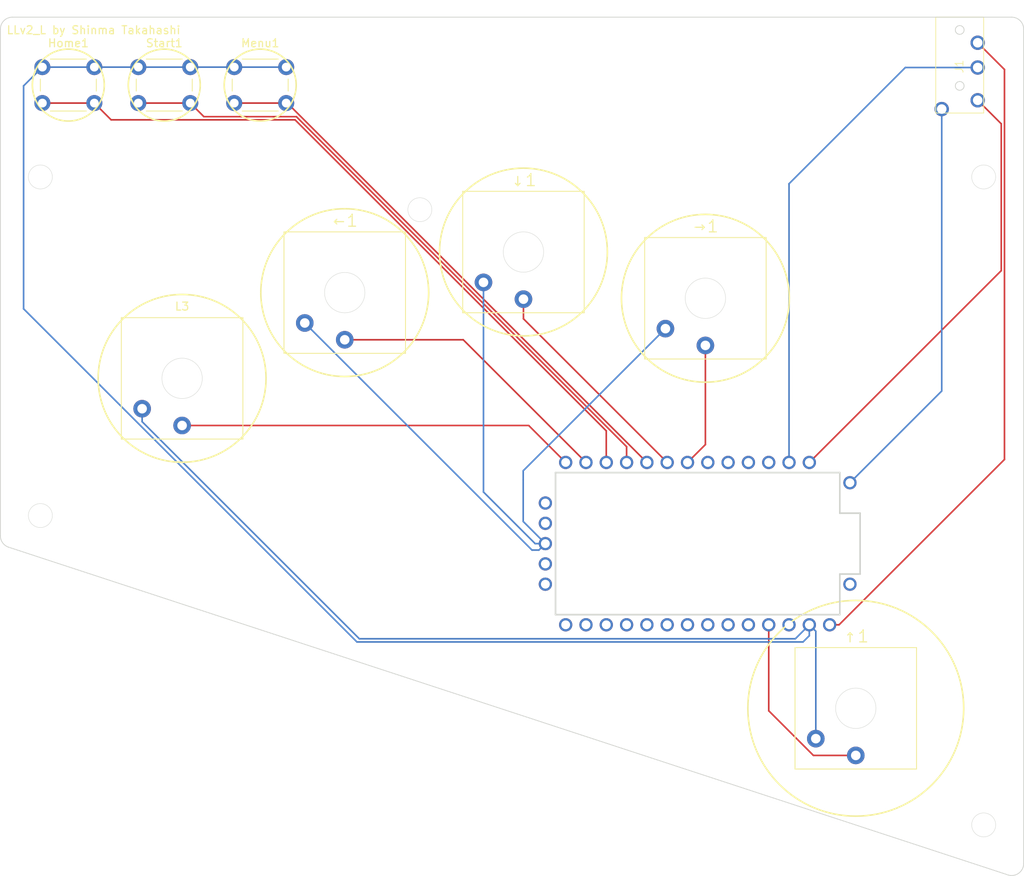
<source format=kicad_pcb>
(kicad_pcb (version 20240108) (generator "pcbnew") (generator_version "8.0")
  (layers (0 "F.Cu" signal) (31 "B.Cu" signal) (34 "B.Paste" user) (35 "F.Paste" user) (36 "B.SilkS" user "B.Silkscreen") (37 "F.SilkS" user "F.Silkscreen") (38 "B.Mask" user) (39 "F.Mask" user) (44 "Edge.Cuts" user))
  (net 0 "")
  (net 13 "RX")
  (net 22 "VIN")
  (net 23 "TX")
  (net 24 "GND2")
  (net 25 "GND1")
  (net 26 "GND3")
  (net 27 "7pin")
  (net 28 "10pin")
  (net 29 "9pin")
  (net 30 "12pin")
  (net 31 "11pin")
  (net 32 "23pin")
  (net 33 "8pin")
  (net 34 "6pin")
  (footprint "Button_Switch_THT:SW_PUSH_6mm_H4.3mm" (layer "F.Cu") (at 5.25 6.25)
    (property "Reference" "Home1" (at 3.25 -3 0) (layer "F.SilkS"))
    (property "Value" "SW_Push")
    (fp_line (start -0.25 1.5) (end -0.25 3) (stroke (width 0.12)) (layer "F.SilkS"))
    (fp_line (start 1 5.5) (end 5.5 5.5) (stroke (width 0.12)) (layer "F.SilkS"))
    (fp_line (start 5.5 -1) (end 1 -1) (stroke (width 0.12)) (layer "F.SilkS"))
    (fp_line (start 6.75 3) (end 6.75 1.5) (stroke (width 0.12)) (layer "F.SilkS"))
    (pad "1" thru_hole circle (at 0 0 90) (size 2 2) (drill 1.1) (layers "*.Cu" "*.Mask") (net 26 "GND3"))
    (pad "1" thru_hole circle (at 6.5 0 90) (size 2 2) (drill 1.1) (layers "*.Cu" "*.Mask") (net 26 "GND3"))
    (pad "2" thru_hole circle (at 0 4.5 90) (size 2 2) (drill 1.1) (layers "*.Cu" "*.Mask") (net 28 "10pin"))
    (pad "2" thru_hole circle (at 6.5 4.5 90) (size 2 2) (drill 1.1) (layers "*.Cu" "*.Mask") (net 28 "10pin"))
  )
  (footprint "Shinma'sAddLibrary:Teensy 4.0 LL" (layer "F.Cu") (at 105 74.78 180)
    (property "Reference" "IC1" (hide yes))
    (property "Value" "TEENSY_4.0" (hide yes))
    (fp_line (start 35.56 17.78) (end 35.56 0) (stroke (width 0.2)) (layer "Edge.Cuts"))
    (fp_line (start 35.56 17.78) (end 0 17.78) (stroke (width 0.2)) (layer "Edge.Cuts"))
    (fp_line (start 0 12.7) (end 0 17.78) (stroke (width 0.2)) (layer "Edge.Cuts"))
    (fp_line (start 0 12.7) (end -2.54 12.7) (stroke (width 0.2)) (layer "Edge.Cuts"))
    (fp_line (start 0 5.08) (end -2.54 5.08) (stroke (width 0.2)) (layer "Edge.Cuts"))
    (fp_line (start 0 0) (end 35.56 0) (stroke (width 0.2)) (layer "Edge.Cuts"))
    (fp_line (start 0 0) (end 0 5.08) (stroke (width 0.2)) (layer "Edge.Cuts"))
    (fp_line (start -2.54 5.08) (end -2.54 12.7) (stroke (width 0.2)) (layer "Edge.Cuts"))
    (pad "1" thru_hole circle (at -1.27 16.51 180) (size 1.665 1.665) (drill 1.11) (layers "*.Cu" "*.Mask") (net 25 "GND1"))
    (pad "2" thru_hole circle (at 3.81 19.05 180) (size 1.665 1.665) (drill 1.11) (layers "*.Cu" "*.Mask") (net 13 "RX"))
    (pad "3" thru_hole circle (at 6.35 19.05 180) (size 1.665 1.665) (drill 1.11) (layers "*.Cu" "*.Mask") (net 23 "TX"))
    (pad "4" thru_hole circle (at 8.89 19.05 180) (size 1.665 1.665) (drill 1.11) (layers "*.Cu" "*.Mask"))
    (pad "5" thru_hole circle (at 11.43 19.05 180) (size 1.665 1.665) (drill 1.11) (layers "*.Cu" "*.Mask"))
    (pad "6" thru_hole circle (at 13.97 19.05 180) (size 1.665 1.665) (drill 1.11) (layers "*.Cu" "*.Mask"))
    (pad "7" thru_hole circle (at 16.51 19.05 180) (size 1.665 1.665) (drill 1.11) (layers "*.Cu" "*.Mask"))
    (pad "8" thru_hole circle (at 19.05 19.05 180) (size 1.665 1.665) (drill 1.11) (layers "*.Cu" "*.Mask") (net 34 "6pin"))
    (pad "9" thru_hole circle (at 21.59 19.05 180) (size 1.665 1.665) (drill 1.11) (layers "*.Cu" "*.Mask") (net 27 "7pin"))
    (pad "10" thru_hole circle (at 24.13 19.05 180) (size 1.665 1.665) (drill 1.11) (layers "*.Cu" "*.Mask") (net 33 "8pin"))
    (pad "11" thru_hole circle (at 26.67 19.05 180) (size 1.665 1.665) (drill 1.11) (layers "*.Cu" "*.Mask") (net 29 "9pin"))
    (pad "12" thru_hole circle (at 29.21 19.05 180) (size 1.665 1.665) (drill 1.11) (layers "*.Cu" "*.Mask") (net 28 "10pin"))
    (pad "13" thru_hole circle (at 31.75 19.05 180) (size 1.665 1.665) (drill 1.11) (layers "*.Cu" "*.Mask") (net 31 "11pin"))
    (pad "14" thru_hole circle (at 34.29 19.05 180) (size 1.665 1.665) (drill 1.11) (layers "*.Cu" "*.Mask") (net 30 "12pin"))
    (pad "15" thru_hole circle (at 36.83 13.97 180) (size 1.665 1.665) (drill 1.11) (layers "*.Cu" "*.Mask"))
    (pad "16" thru_hole circle (at 36.83 11.43 180) (size 1.665 1.665) (drill 1.11) (layers "*.Cu" "*.Mask"))
    (pad "17" thru_hole circle (at 36.83 8.89 180) (size 1.665 1.665) (drill 1.11) (layers "*.Cu" "*.Mask") (net 24 "GND2"))
    (pad "18" thru_hole circle (at 36.83 6.35 180) (size 1.665 1.665) (drill 1.11) (layers "*.Cu" "*.Mask"))
    (pad "19" thru_hole circle (at 36.83 3.81 180) (size 1.665 1.665) (drill 1.11) (layers "*.Cu" "*.Mask"))
    (pad "20" thru_hole circle (at 34.29 -1.27 180) (size 1.665 1.665) (drill 1.11) (layers "*.Cu" "*.Mask"))
    (pad "21" thru_hole circle (at 31.75 -1.27 180) (size 1.665 1.665) (drill 1.11) (layers "*.Cu" "*.Mask"))
    (pad "22" thru_hole circle (at 29.21 -1.27 180) (size 1.665 1.665) (drill 1.11) (layers "*.Cu" "*.Mask"))
    (pad "23" thru_hole circle (at 26.67 -1.27 180) (size 1.665 1.665) (drill 1.11) (layers "*.Cu" "*.Mask"))
    (pad "24" thru_hole circle (at 24.13 -1.27 180) (size 1.665 1.665) (drill 1.11) (layers "*.Cu" "*.Mask"))
    (pad "25" thru_hole circle (at 21.59 -1.27 180) (size 1.665 1.665) (drill 1.11) (layers "*.Cu" "*.Mask"))
    (pad "26" thru_hole circle (at 19.05 -1.27 180) (size 1.665 1.665) (drill 1.11) (layers "*.Cu" "*.Mask"))
    (pad "27" thru_hole circle (at 16.51 -1.27 180) (size 1.665 1.665) (drill 1.11) (layers "*.Cu" "*.Mask"))
    (pad "28" thru_hole circle (at 13.97 -1.27 180) (size 1.665 1.665) (drill 1.11) (layers "*.Cu" "*.Mask"))
    (pad "29" thru_hole circle (at 11.43 -1.27 180) (size 1.665 1.665) (drill 1.11) (layers "*.Cu" "*.Mask"))
    (pad "30" thru_hole circle (at 8.89 -1.27 180) (size 1.665 1.665) (drill 1.11) (layers "*.Cu" "*.Mask") (net 32 "23pin"))
    (pad "31" thru_hole circle (at 6.35 -1.27 180) (size 1.665 1.665) (drill 1.11) (layers "*.Cu" "*.Mask"))
    (pad "32" thru_hole circle (at 3.81 -1.27 180) (size 1.665 1.665) (drill 1.11) (layers "*.Cu" "*.Mask") (net 26 "GND3"))
    (pad "33" thru_hole circle (at 1.27 -1.27 180) (size 1.665 1.665) (drill 1.11) (layers "*.Cu" "*.Mask") (net 22 "VIN"))
    (pad "34" thru_hole circle (at -1.27 3.81 180) (size 1.665 1.665) (drill 1.11) (layers "*.Cu" "*.Mask"))
  )
  (footprint "Shinma'sAddLibrary:SW_Kailh_Choc_V2_Lofree_Flow" (layer "F.Cu") (at 107 86.5)
    (property "Reference" "↑1" (at 0 -9 0) (layer "F.SilkS") (effects (font (size 1.5 1.5))))
    (property "Value" "SW_Push")
    (fp_line (start -7.6 -7.6) (end -7.6 7.6) (stroke (width 0.12)) (layer "F.SilkS"))
    (fp_line (start -7.6 -7.6) (end 7.6 -7.6) (stroke (width 0.12)) (layer "F.SilkS"))
    (fp_line (start -7.6 7.6) (end 7.6 7.6) (stroke (width 0.12)) (layer "F.SilkS"))
    (fp_line (start 7.6 7.6) (end 7.6 -7.6) (stroke (width 0.12)) (layer "F.SilkS"))
    (fp_circle (center 0 0) (end 2.525 0) (stroke (width 0.05)) (fill none) (layer "Edge.Cuts"))
    (pad "1" thru_hole circle (at 0 5.9) (size 2.2 2.2) (drill 1.2) (layers "*.Cu" "*.Mask") (net 32 "23pin"))
    (pad "2" thru_hole circle (at -5 3.8) (size 2.2 2.2) (drill 1.2) (layers "*.Cu" "*.Mask") (net 26 "GND3"))
  )
  (footprint "Shinma'sAddLibrary:SW_Kailh_Choc_V2_Lofree_Flow" (layer "F.Cu") (at 88.188666 35.182888)
    (property "Reference" "→1" (at 0 -9 0) (layer "F.SilkS") (effects (font (size 1.5 1.5))))
    (property "Value" "SW_Push")
    (fp_line (start -7.6 -7.6) (end -7.6 7.6) (stroke (width 0.12)) (layer "F.SilkS"))
    (fp_line (start -7.6 -7.6) (end 7.6 -7.6) (stroke (width 0.12)) (layer "F.SilkS"))
    (fp_line (start -7.6 7.6) (end 7.6 7.6) (stroke (width 0.12)) (layer "F.SilkS"))
    (fp_line (start 7.6 7.6) (end 7.6 -7.6) (stroke (width 0.12)) (layer "F.SilkS"))
    (fp_circle (center 0 0) (end 2.525 0) (stroke (width 0.05)) (fill none) (layer "Edge.Cuts"))
    (pad "1" thru_hole circle (at 0 5.9) (size 2.2 2.2) (drill 1.2) (layers "*.Cu" "*.Mask") (net 34 "6pin"))
    (pad "2" thru_hole circle (at -5 3.8) (size 2.2 2.2) (drill 1.2) (layers "*.Cu" "*.Mask") (net 24 "GND2"))
  )
  (footprint "Shinma'sAddLibrary:SW_Kailh_Choc_V2_Lofree_Flow" (layer "F.Cu") (at 43.073178 34.47531)
    (property "Reference" "←1" (at 0 -9 0) (layer "F.SilkS") (effects (font (size 1.5 1.5))))
    (property "Value" "SW_Push")
    (fp_line (start -7.6 -7.6) (end -7.6 7.6) (stroke (width 0.12)) (layer "F.SilkS"))
    (fp_line (start -7.6 -7.6) (end 7.6 -7.6) (stroke (width 0.12)) (layer "F.SilkS"))
    (fp_line (start -7.6 7.6) (end 7.6 7.6) (stroke (width 0.12)) (layer "F.SilkS"))
    (fp_line (start 7.6 7.6) (end 7.6 -7.6) (stroke (width 0.12)) (layer "F.SilkS"))
    (fp_circle (center 0 0) (end 2.525 0) (stroke (width 0.05)) (fill none) (layer "Edge.Cuts"))
    (pad "1" thru_hole circle (at 0 5.9) (size 2.2 2.2) (drill 1.2) (layers "*.Cu" "*.Mask") (net 31 "11pin"))
    (pad "2" thru_hole circle (at -5 3.8) (size 2.2 2.2) (drill 1.2) (layers "*.Cu" "*.Mask") (net 24 "GND2"))
  )
  (footprint "Shinma'sAddLibrary:SW_Kailh_Choc_V2_Lofree_Flow" (layer "F.Cu") (at 65.429057 29.39344)
    (property "Reference" "↓1" (at 0 -9 0) (layer "F.SilkS") (effects (font (size 1.5 1.5))))
    (property "Value" "SW_Push")
    (fp_line (start -7.6 -7.6) (end -7.6 7.6) (stroke (width 0.12)) (layer "F.SilkS"))
    (fp_line (start -7.6 -7.6) (end 7.6 -7.6) (stroke (width 0.12)) (layer "F.SilkS"))
    (fp_line (start -7.6 7.6) (end 7.6 7.6) (stroke (width 0.12)) (layer "F.SilkS"))
    (fp_line (start 7.6 7.6) (end 7.6 -7.6) (stroke (width 0.12)) (layer "F.SilkS"))
    (fp_circle (center 0 0) (end 2.525 0) (stroke (width 0.05)) (fill none) (layer "Edge.Cuts"))
    (pad "1" thru_hole circle (at 0 5.9) (size 2.2 2.2) (drill 1.2) (layers "*.Cu" "*.Mask") (net 27 "7pin"))
    (pad "2" thru_hole circle (at -5 3.8) (size 2.2 2.2) (drill 1.2) (layers "*.Cu" "*.Mask") (net 24 "GND2"))
  )
  (footprint "Shinma'sAddLibrary:TRRS LL" (layer "F.Cu") (at 117 12 90)
    (property "Reference" "J1" (at 5.825 2.95 90) (layer "F.SilkS") (effects (font (thickness 0.1))))
    (property "Value" "AudioJack4")
    (fp_rect (start 0 0) (end 12 6) (stroke (width 0.1)) (fill none) (layer "F.SilkS"))
    (fp_circle (center 10.4 3) (end 10.95 3) (stroke (width 0.1)) (fill none) (layer "Edge.Cuts"))
    (fp_circle (center 3.4 3) (end 3.95 3) (stroke (width 0.1)) (fill none) (layer "Edge.Cuts"))
    (pad "R1" thru_hole circle (at 5.7 5.25 90) (size 1.8 1.8) (drill 1.2) (layers "*.Cu" "*.Mask") (net 23 "TX"))
    (pad "R2" thru_hole circle (at 1.6 5.25 90) (size 1.8 1.8) (drill 1.2) (layers "*.Cu" "*.Mask") (net 13 "RX"))
    (pad "S" thru_hole circle (at 0.5 0.75 90) (size 1.8 1.8) (drill 1.2) (layers "*.Cu" "*.Mask") (net 25 "GND1"))
    (pad "T" thru_hole circle (at 8.8 5.25 90) (size 1.8 1.8) (drill 1.2) (layers "*.Cu" "*.Mask") (net 22 "VIN"))
  )
  (footprint "Button_Switch_THT:SW_PUSH_6mm_H4.3mm" (layer "F.Cu") (at 29.25 6.25)
    (property "Reference" "Menu1" (at 3.25 -3 0) (layer "F.SilkS"))
    (property "Value" "SW_Push")
    (fp_line (start -0.25 1.5) (end -0.25 3) (stroke (width 0.12)) (layer "F.SilkS"))
    (fp_line (start 1 5.5) (end 5.5 5.5) (stroke (width 0.12)) (layer "F.SilkS"))
    (fp_line (start 5.5 -1) (end 1 -1) (stroke (width 0.12)) (layer "F.SilkS"))
    (fp_line (start 6.75 3) (end 6.75 1.5) (stroke (width 0.12)) (layer "F.SilkS"))
    (pad "1" thru_hole circle (at 0 0 90) (size 2 2) (drill 1.1) (layers "*.Cu" "*.Mask") (net 26 "GND3"))
    (pad "1" thru_hole circle (at 6.5 0 90) (size 2 2) (drill 1.1) (layers "*.Cu" "*.Mask") (net 26 "GND3"))
    (pad "2" thru_hole circle (at 0 4.5 90) (size 2 2) (drill 1.1) (layers "*.Cu" "*.Mask") (net 33 "8pin"))
    (pad "2" thru_hole circle (at 6.5 4.5 90) (size 2 2) (drill 1.1) (layers "*.Cu" "*.Mask") (net 33 "8pin"))
  )
  (footprint "Shinma'sAddLibrary:SW_Kailh_Choc_V2_Lofree_Flow" (layer "F.Cu") (at 22.72921 45.205121)
    (property "Reference" "L3" (at 0 -9 0) (layer "F.SilkS"))
    (property "Value" "SW_Push")
    (fp_line (start -7.6 -7.6) (end -7.6 7.6) (stroke (width 0.12)) (layer "F.SilkS"))
    (fp_line (start -7.6 -7.6) (end 7.6 -7.6) (stroke (width 0.12)) (layer "F.SilkS"))
    (fp_line (start -7.6 7.6) (end 7.6 7.6) (stroke (width 0.12)) (layer "F.SilkS"))
    (fp_line (start 7.6 7.6) (end 7.6 -7.6) (stroke (width 0.12)) (layer "F.SilkS"))
    (fp_circle (center 0 0) (end 2.525 0) (stroke (width 0.05)) (fill none) (layer "Edge.Cuts"))
    (pad "1" thru_hole circle (at 0 5.9) (size 2.2 2.2) (drill 1.2) (layers "*.Cu" "*.Mask") (net 30 "12pin"))
    (pad "2" thru_hole circle (at -5 3.8) (size 2.2 2.2) (drill 1.2) (layers "*.Cu" "*.Mask") (net 26 "GND3"))
  )
  (footprint "Button_Switch_THT:SW_PUSH_6mm_H4.3mm" (layer "F.Cu") (at 17.25 6.25)
    (property "Reference" "Start1" (at 3.25 -3 0) (layer "F.SilkS"))
    (property "Value" "SW_Push")
    (fp_line (start -0.25 1.5) (end -0.25 3) (stroke (width 0.12)) (layer "F.SilkS"))
    (fp_line (start 1 5.5) (end 5.5 5.5) (stroke (width 0.12)) (layer "F.SilkS"))
    (fp_line (start 5.5 -1) (end 1 -1) (stroke (width 0.12)) (layer "F.SilkS"))
    (fp_line (start 6.75 3) (end 6.75 1.5) (stroke (width 0.12)) (layer "F.SilkS"))
    (pad "1" thru_hole circle (at 0 0 90) (size 2 2) (drill 1.1) (layers "*.Cu" "*.Mask") (net 26 "GND3"))
    (pad "1" thru_hole circle (at 6.5 0 90) (size 2 2) (drill 1.1) (layers "*.Cu" "*.Mask") (net 26 "GND3"))
    (pad "2" thru_hole circle (at 0 4.5 90) (size 2 2) (drill 1.1) (layers "*.Cu" "*.Mask") (net 29 "9pin"))
    (pad "2" thru_hole circle (at 6.5 4.5 90) (size 2 2) (drill 1.1) (layers "*.Cu" "*.Mask") (net 29 "9pin"))
  )
  (gr_circle (center 8.5 8.5) (end 13 8.5) (stroke (width 0.2)) (fill none) (layer "F.SilkS"))
  (gr_circle (center 20.5 8.5) (end 25 8.5) (stroke (width 0.2)) (fill none) (layer "F.SilkS"))
  (gr_circle (center 88.188666 35.182888) (end 98.688666 35.182888) (stroke (width 0.2)) (fill none) (layer "F.SilkS"))
  (gr_circle (center 22.72921 45.205121) (end 33.22921 45.205121) (stroke (width 0.2)) (fill none) (layer "F.SilkS"))
  (gr_circle (center 32.5 8.5) (end 37 8.5) (stroke (width 0.2)) (fill none) (layer "F.SilkS"))
  (gr_circle (center 65.429057 29.39344) (end 75.929057 29.39344) (stroke (width 0.2)) (fill none) (layer "F.SilkS"))
  (gr_circle (center 107 86.5) (end 120.5 86.5) (stroke (width 0.2)) (fill none) (layer "F.SilkS"))
  (gr_circle (center 43.073178 34.47531) (end 53.573178 34.47531) (stroke (width 0.2)) (fill none) (layer "F.SilkS"))
  (gr_circle (center 123 20) (end 124.5 20) (stroke (width 0.05)) (fill none) (layer "Edge.Cuts"))
  (gr_line (start 1.5 0) (end 126.5 0) (stroke (width 0.1)) (layer "Edge.Cuts"))
  (gr_line (start 128 105.929) (end 128 1.5) (stroke (width 0.1)) (layer "Edge.Cuts"))
  (gr_line (start 1.032353 66.339553) (end 126.032471 107.354339) (stroke (width 0.1)) (layer "Edge.Cuts"))
  (gr_line (start 0 64.913565) (end 0 1.5) (stroke (width 0.1)) (layer "Edge.Cuts"))
  (gr_circle (center 5 20) (end 6.5 20) (stroke (width 0.05)) (fill none) (layer "Edge.Cuts"))
  (gr_arc (start 126.5 0) (mid 127.56066 0.43934) (end 128 1.5) (stroke (width 0.1)) (layer "Edge.Cuts"))
  (gr_circle (center 5 62.379) (end 6.5 62.379) (stroke (width 0.05)) (fill none) (layer "Edge.Cuts"))
  (gr_arc (start 1.032345 66.338802) (mid 0.285315 65.793401) (end 0 64.913565) (stroke (width 0.1)) (layer "Edge.Cuts"))
  (gr_arc (start 0 1.5) (mid 0.439339 0.439339) (end 1.5 0) (stroke (width 0.1)) (layer "Edge.Cuts"))
  (gr_arc (start 128 105.929098) (mid 127.379985 107.14387) (end 126.032471 107.354339) (stroke (width 0.1)) (layer "Edge.Cuts"))
  (gr_circle (center 52.469565 24.097067) (end 53.969565 24.097067) (stroke (width 0.05)) (fill none) (layer "Edge.Cuts"))
  (gr_circle (center 123 101.097) (end 124.5 101.097) (stroke (width 0.05)) (fill none) (layer "Edge.Cuts"))
  (gr_text "LLv2_L by Shinma Takahashi\n" (at 0.7 2.2 0) (layer "F.SilkS") (effects (font (size 1 1)) (justify left bottom)))
  (segment (start 121.776472 9.926472) (end 122.25 10.4) (width 0.2) (layer "F.Cu") (net 13))
  (segment (start 125.2 13.35) (end 125.2 31.72) (width 0.2) (layer "F.Cu") (net 13))
  (segment (start 125.2 31.72) (end 101.19 55.73) (width 0.2) (layer "F.Cu") (net 13))
  (segment (start 122.25 10.4) (end 125.2 13.35) (width 0.2) (layer "F.Cu") (net 13))
  (segment (start 104.907332 76.05) (end 103.73 76.05) (width 0.2) (layer "F.Cu") (net 22))
  (segment (start 125.6 55.357332) (end 104.907332 76.05) (width 0.2) (layer "F.Cu") (net 22))
  (segment (start 122.25 3.2) (end 125.6 6.55) (width 0.2) (layer "F.Cu") (net 22))
  (segment (start 125.6 6.55) (end 125.6 55.357332) (width 0.2) (layer "F.Cu") (net 22))
  (segment (start 98.65 55.73) (end 98.65 20.85) (width 0.2) (layer "B.Cu") (net 23))
  (segment (start 98.65 20.85) (end 113.2 6.3) (width 0.2) (layer "B.Cu") (net 23))
  (segment (start 122.25 6.3) (end 113.2 6.3) (width 0.2) (layer "B.Cu") (net 23))
  (segment (start 60.429057 33.19344) (end 60.429057 59.429057) (width 0.2) (layer "B.Cu") (net 24))
  (segment (start 66.89 65.89) (end 68.17 65.89) (width 0.2) (layer "B.Cu") (net 24))
  (segment (start 68.17 65.89) (end 65.4 63.12) (width 0.2) (layer "B.Cu") (net 24))
  (segment (start 67.36 66.7) (end 68.17 65.89) (width 0.2) (layer "B.Cu") (net 24))
  (segment (start 38.073178 38.27531) (end 66.497868 66.7) (width 0.2) (layer "B.Cu") (net 24))
  (segment (start 65.4 63.12) (end 65.4 57.9) (width 0.2) (layer "B.Cu") (net 24))
  (segment (start 66.497868 66.7) (end 67.36 66.7) (width 0.2) (layer "B.Cu") (net 24))
  (segment (start 83.188666 38.982888) (end 65.4 56.771554) (width 0.2) (layer "B.Cu") (net 24))
  (segment (start 60.429057 59.429057) (end 66.89 65.89) (width 0.2) (layer "B.Cu") (net 24))
  (segment (start 65.4 56.771554) (end 65.4 57.9) (width 0.2) (layer "B.Cu") (net 24))
  (segment (start 117.75 11.5) (end 117.75 46.79) (width 0.2) (layer "B.Cu") (net 25))
  (segment (start 117.75 46.79) (end 106.27 58.27) (width 0.2) (layer "B.Cu") (net 25))
  (segment (start 101.19 77.41) (end 100.4 78.2) (width 0.2) (layer "B.Cu") (net 26))
  (segment (start 101.19 76.05) (end 101.19 77.41) (width 0.2) (layer "B.Cu") (net 26))
  (segment (start 35.75 6.25) (end 5.25 6.25) (width 0.2) (layer "B.Cu") (net 26))
  (segment (start 2.9 8.6) (end 5.25 6.25) (width 0.2) (layer "B.Cu") (net 26))
  (segment (start 102 90.3) (end 102 76.86) (width 0.2) (layer "B.Cu") (net 26))
  (segment (start 100.4 78.2) (end 44.6 78.2) (width 0.2) (layer "B.Cu") (net 26))
  (segment (start 99.44 77.8) (end 101.19 76.05) (width 0.2) (layer "B.Cu") (net 26))
  (segment (start 44.6 78.2) (end 2.9 36.5) (width 0.2) (layer "B.Cu") (net 26))
  (segment (start 17.72921 50.62921) (end 44.9 77.8) (width 0.2) (layer "B.Cu") (net 26))
  (segment (start 102 76.86) (end 101.19 76.05) (width 0.2) (layer "B.Cu") (net 26))
  (segment (start 2.9 36.5) (end 2.9 8.6) (width 0.2) (layer "B.Cu") (net 26))
  (segment (start 17.72921 49.005121) (end 17.72921 50.62921) (width 0.2) (layer "B.Cu") (net 26))
  (segment (start 44.9 77.8) (end 99.44 77.8) (width 0.2) (layer "B.Cu") (net 26))
  (segment (start 65.429057 37.749057) (end 83.41 55.73) (width 0.2) (layer "F.Cu") (net 27))
  (segment (start 65.429057 35.29344) (end 65.429057 37.749057) (width 0.2) (layer "F.Cu") (net 27))
  (segment (start 75.79 51.781372) (end 75.79 55.73) (width 0.2) (layer "F.Cu") (net 28))
  (segment (start 13.85 12.85) (end 36.858628 12.85) (width 0.2) (layer "F.Cu") (net 28))
  (segment (start 11.75 10.75) (end 13.85 12.85) (width 0.2) (layer "F.Cu") (net 28))
  (segment (start 5.25 10.75) (end 11.75 10.75) (width 0.2) (layer "F.Cu") (net 28))
  (segment (start 36.858628 12.85) (end 75.79 51.781372) (width 0.2) (layer "F.Cu") (net 28))
  (segment (start 78.33 53.755686) (end 37.024314 12.45) (width 0.2) (layer "F.Cu") (net 29))
  (segment (start 37.024314 12.45) (end 25.45 12.45) (width 0.2) (layer "F.Cu") (net 29))
  (segment (start 17.25 10.75) (end 23.75 10.75) (width 0.2) (layer "F.Cu") (net 29))
  (segment (start 78.33 55.73) (end 78.33 53.755686) (width 0.2) (layer "F.Cu") (net 29))
  (segment (start 25.45 12.45) (end 23.75 10.75) (width 0.2) (layer "F.Cu") (net 29))
  (segment (start 22.72921 51.105121) (end 66.085121 51.105121) (width 0.2) (layer "F.Cu") (net 30))
  (segment (start 66.085121 51.105121) (end 70.71 55.73) (width 0.2) (layer "F.Cu") (net 30))
  (segment (start 43.073178 40.37531) (end 57.89531 40.37531) (width 0.2) (layer "F.Cu") (net 31))
  (segment (start 57.89531 40.37531) (end 73.25 55.73) (width 0.2) (layer "F.Cu") (net 31))
  (segment (start 96.11 76.05) (end 96.11 86.81) (width 0.2) (layer "F.Cu") (net 32))
  (segment (start 96.11 86.81) (end 101.7 92.4) (width 0.2) (layer "F.Cu") (net 32))
  (segment (start 101.7 92.4) (end 107 92.4) (width 0.2) (layer "F.Cu") (net 32))
  (segment (start 80.87 55.73) (end 35.89 10.75) (width 0.2) (layer "F.Cu") (net 33))
  (segment (start 35.89 10.75) (end 35.75 10.75) (width 0.2) (layer "F.Cu") (net 33))
  (segment (start 29.25 10.75) (end 35.75 10.75) (width 0.2) (layer "F.Cu") (net 33))
  (segment (start 88.188666 53.491334) (end 85.95 55.73) (width 0.2) (layer "F.Cu") (net 34))
  (segment (start 85.95 55.27) (end 85.95 55.73) (width 0.2) (layer "F.Cu") (net 34))
  (segment (start 88.188666 41.082888) (end 88.188666 53.491334) (width 0.2) (layer "F.Cu") (net 34))
)
</source>
